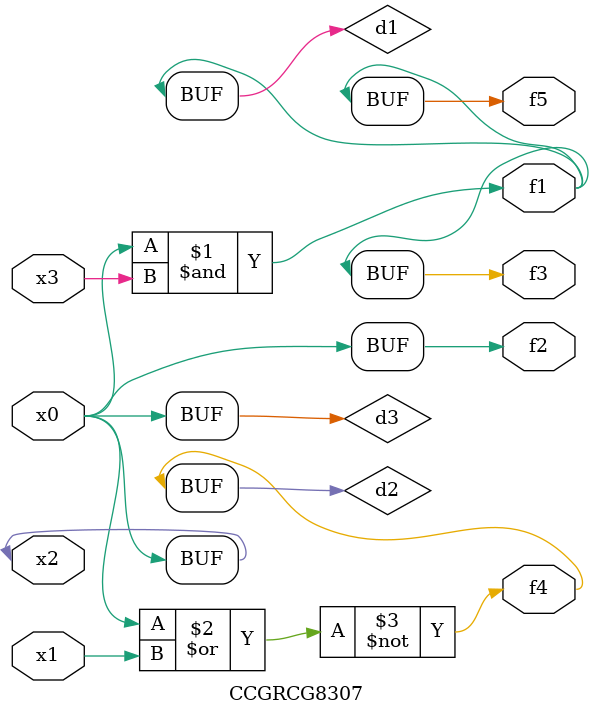
<source format=v>
module CCGRCG8307(
	input x0, x1, x2, x3,
	output f1, f2, f3, f4, f5
);

	wire d1, d2, d3;

	and (d1, x2, x3);
	nor (d2, x0, x1);
	buf (d3, x0, x2);
	assign f1 = d1;
	assign f2 = d3;
	assign f3 = d1;
	assign f4 = d2;
	assign f5 = d1;
endmodule

</source>
